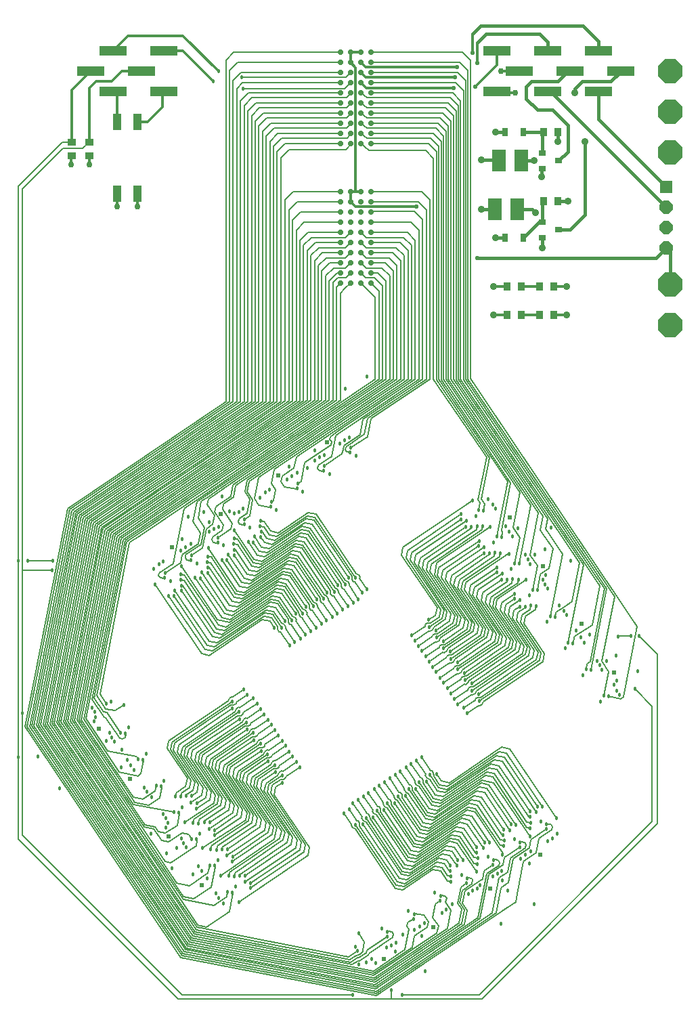
<source format=gtl>
G75*
%MOIN*%
%OFA0B0*%
%FSLAX25Y25*%
%IPPOS*%
%LPD*%
%AMOC8*
5,1,8,0,0,1.08239X$1,22.5*
%
%ADD10OC8,0.02400*%
%ADD11R,0.04300X0.07900*%
%ADD12R,0.04200X0.03500*%
%ADD13R,0.06500X0.11000*%
%ADD14OC8,0.06496*%
%ADD15R,0.06496X0.06496*%
%ADD16R,0.13386X0.05000*%
%ADD17R,0.03500X0.04200*%
%ADD18R,0.03000X0.04000*%
%ADD19R,0.03543X0.03150*%
%ADD20C,0.02953*%
%ADD21C,0.01200*%
%ADD22OC8,0.11811*%
%ADD23C,0.03543*%
%ADD24C,0.01600*%
%ADD25C,0.01800*%
%ADD26C,0.00500*%
%ADD27C,0.02300*%
%ADD28C,0.00700*%
%ADD29C,0.02400*%
D10*
X0174852Y0372451D03*
X0174852Y0377451D03*
X0174852Y0382451D03*
X0174852Y0387451D03*
X0174852Y0392451D03*
X0174852Y0397451D03*
X0174852Y0402451D03*
X0174852Y0407451D03*
X0174852Y0412451D03*
X0174852Y0417451D03*
X0179852Y0417451D03*
X0184852Y0417451D03*
X0184852Y0412451D03*
X0179852Y0412451D03*
X0179852Y0407451D03*
X0184852Y0407451D03*
X0184852Y0402451D03*
X0179852Y0402451D03*
X0179852Y0397451D03*
X0184852Y0397451D03*
X0184852Y0392451D03*
X0179852Y0392451D03*
X0179852Y0387451D03*
X0184852Y0387451D03*
X0184852Y0382451D03*
X0179852Y0382451D03*
X0179852Y0377451D03*
X0184852Y0377451D03*
X0184852Y0372451D03*
X0179852Y0372451D03*
X0189852Y0372451D03*
X0189852Y0377451D03*
X0189852Y0382451D03*
X0189852Y0387451D03*
X0189852Y0392451D03*
X0189852Y0397451D03*
X0189852Y0402451D03*
X0189852Y0407451D03*
X0189852Y0412451D03*
X0189852Y0417451D03*
X0189852Y0440967D03*
X0189852Y0445967D03*
X0189852Y0450967D03*
X0189852Y0455967D03*
X0189852Y0460967D03*
X0189852Y0465967D03*
X0189852Y0470967D03*
X0189852Y0475967D03*
X0189852Y0480967D03*
X0189852Y0485967D03*
X0184852Y0485967D03*
X0179852Y0485967D03*
X0179852Y0480967D03*
X0179852Y0475967D03*
X0179852Y0470967D03*
X0179852Y0465967D03*
X0179852Y0460967D03*
X0179852Y0455967D03*
X0179852Y0450967D03*
X0179852Y0445967D03*
X0179852Y0440967D03*
X0184852Y0440967D03*
X0184852Y0445967D03*
X0184852Y0450967D03*
X0184852Y0455967D03*
X0184852Y0460967D03*
X0184852Y0465967D03*
X0184852Y0470967D03*
X0184852Y0475967D03*
X0184852Y0480967D03*
X0174852Y0480967D03*
X0174852Y0475967D03*
X0174852Y0470967D03*
X0174852Y0465967D03*
X0174852Y0460967D03*
X0174852Y0455967D03*
X0174852Y0450967D03*
X0174852Y0445967D03*
X0174852Y0440967D03*
X0174852Y0485967D03*
D11*
X0074852Y0451804D03*
X0064852Y0451804D03*
X0064852Y0416404D03*
X0074852Y0416404D03*
D12*
X0051248Y0435015D03*
X0051248Y0441815D03*
X0042618Y0441815D03*
X0042618Y0435015D03*
D13*
X0250852Y0408604D03*
X0261852Y0408604D03*
X0263852Y0432604D03*
X0252852Y0432604D03*
D14*
X0335352Y0409604D03*
X0335352Y0399604D03*
X0335352Y0389604D03*
D15*
X0335352Y0419604D03*
D16*
X0301959Y0466604D03*
X0312746Y0476604D03*
X0301959Y0486604D03*
X0287746Y0476604D03*
X0276959Y0466604D03*
X0262746Y0476604D03*
X0251959Y0466604D03*
X0251959Y0486604D03*
X0276959Y0486604D03*
X0087746Y0486604D03*
X0076959Y0476604D03*
X0087746Y0466604D03*
X0062746Y0466604D03*
X0051959Y0476604D03*
X0062746Y0486604D03*
D17*
X0256952Y0370604D03*
X0263752Y0370604D03*
X0272952Y0370604D03*
X0279752Y0370604D03*
X0279752Y0356604D03*
X0272952Y0356604D03*
X0263752Y0356604D03*
X0256952Y0356604D03*
X0274952Y0412604D03*
X0281752Y0412604D03*
X0281752Y0446604D03*
X0274952Y0446604D03*
D18*
X0264752Y0446604D03*
X0255952Y0446604D03*
X0255952Y0394604D03*
X0264752Y0394604D03*
D19*
X0274085Y0394864D03*
X0274085Y0402344D03*
X0282352Y0398604D03*
X0274085Y0428864D03*
X0274085Y0436344D03*
X0282352Y0432604D03*
D20*
X0260852Y0466104D03*
X0253852Y0476604D03*
X0074852Y0410104D03*
X0064852Y0410104D03*
X0051352Y0430604D03*
X0042352Y0430604D03*
D21*
X0042352Y0434750D01*
X0042618Y0435015D01*
X0042618Y0441815D02*
X0042618Y0467263D01*
X0051959Y0476604D01*
X0054532Y0471604D02*
X0051248Y0468320D01*
X0051248Y0441815D01*
X0051248Y0435015D02*
X0051352Y0434911D01*
X0051352Y0430604D01*
X0064852Y0416404D02*
X0064852Y0410104D01*
X0074852Y0410104D02*
X0074852Y0416404D01*
X0074852Y0451804D02*
X0080052Y0451804D01*
X0087352Y0459104D01*
X0087352Y0466211D01*
X0087746Y0466604D01*
X0076959Y0476604D02*
X0067352Y0476604D01*
X0062352Y0471604D01*
X0054532Y0471604D01*
X0062746Y0466604D02*
X0064852Y0464498D01*
X0064852Y0451804D01*
X0062746Y0486604D02*
X0070246Y0494104D01*
X0097352Y0494104D01*
X0114852Y0476604D01*
X0112352Y0471604D02*
X0097352Y0486604D01*
X0087746Y0486604D01*
X0179852Y0485967D02*
X0179852Y0480967D01*
X0182352Y0478467D01*
X0182352Y0417451D01*
X0179852Y0417451D01*
X0179852Y0412451D01*
X0182199Y0410104D01*
X0212352Y0410104D01*
X0184852Y0417451D02*
X0182352Y0417451D01*
X0187415Y0468404D02*
X0230652Y0468404D01*
X0231352Y0473604D02*
X0187215Y0473604D01*
X0184852Y0475967D01*
X0187215Y0478604D02*
X0184852Y0480967D01*
X0187215Y0478604D02*
X0232152Y0478604D01*
X0239852Y0485604D02*
X0239852Y0495104D01*
X0242352Y0490832D02*
X0242352Y0480604D01*
X0251959Y0479711D02*
X0241352Y0469104D01*
X0251959Y0466604D02*
X0252459Y0466104D01*
X0260852Y0466104D01*
X0262746Y0476604D02*
X0253852Y0476604D01*
X0251959Y0479711D02*
X0251959Y0486604D01*
X0276959Y0466604D02*
X0278352Y0466604D01*
X0274952Y0446604D02*
X0274085Y0445737D01*
X0273844Y0429104D02*
X0274085Y0428864D01*
X0274952Y0412604D02*
X0274085Y0411737D01*
X0274085Y0402344D02*
X0272492Y0402344D01*
X0272952Y0370604D02*
X0263752Y0370604D01*
X0256952Y0370604D02*
X0250352Y0370604D01*
X0250352Y0356604D02*
X0256952Y0356604D01*
X0263752Y0356604D02*
X0272952Y0356604D01*
X0279752Y0356604D02*
X0286352Y0356604D01*
X0286352Y0370604D02*
X0279752Y0370604D01*
X0252852Y0432604D02*
X0252352Y0433104D01*
X0187415Y0468404D02*
X0184852Y0470967D01*
X0184852Y0485967D02*
X0179852Y0485967D01*
D22*
X0337352Y0476604D03*
X0337352Y0456604D03*
X0337352Y0436604D03*
X0337352Y0371604D03*
X0337352Y0351604D03*
D23*
X0286352Y0356604D03*
X0286352Y0370604D03*
X0274352Y0389604D03*
X0270852Y0407104D03*
X0273852Y0424604D03*
X0270352Y0432604D03*
X0281852Y0442104D03*
X0295352Y0442104D03*
X0290352Y0466104D03*
X0286852Y0412604D03*
X0251352Y0394604D03*
X0244352Y0408604D03*
X0244352Y0433104D03*
X0251352Y0446604D03*
X0250352Y0370604D03*
X0250352Y0356604D03*
D24*
X0242352Y0384604D02*
X0330352Y0384604D01*
X0335352Y0389604D01*
X0337352Y0387604D01*
X0337352Y0371604D01*
X0335352Y0409604D02*
X0278352Y0466604D01*
X0281852Y0471604D02*
X0268852Y0471604D01*
X0266352Y0469104D01*
X0266352Y0463104D01*
X0271852Y0457604D01*
X0279352Y0457604D01*
X0286852Y0450104D01*
X0286852Y0437104D01*
X0282352Y0432604D01*
X0281852Y0442104D02*
X0281752Y0442204D01*
X0281752Y0446604D01*
X0274952Y0446604D02*
X0264752Y0446604D01*
X0255952Y0446604D02*
X0251352Y0446604D01*
X0252352Y0433104D02*
X0244352Y0433104D01*
X0263852Y0432604D02*
X0270352Y0432604D01*
X0273844Y0429104D02*
X0273852Y0424604D01*
X0274085Y0436344D02*
X0274085Y0445737D01*
X0290352Y0466104D02*
X0290352Y0468104D01*
X0293852Y0471604D01*
X0307852Y0471604D01*
X0312746Y0476498D01*
X0312746Y0476604D01*
X0301959Y0466604D02*
X0301959Y0452998D01*
X0335352Y0419604D01*
X0295352Y0406104D02*
X0287852Y0398604D01*
X0282352Y0398604D01*
X0274085Y0394864D02*
X0274085Y0389872D01*
X0274352Y0389604D01*
X0264752Y0394604D02*
X0272492Y0402344D01*
X0274085Y0402344D02*
X0274085Y0411737D01*
X0270852Y0407104D02*
X0269352Y0408604D01*
X0261852Y0408604D01*
X0255952Y0394604D02*
X0251352Y0394604D01*
X0250852Y0408604D02*
X0244352Y0408604D01*
X0281752Y0412604D02*
X0286852Y0412604D01*
X0295352Y0406104D02*
X0295352Y0442104D01*
X0281852Y0471604D02*
X0286852Y0476604D01*
X0287746Y0476604D01*
X0276959Y0486604D02*
X0276959Y0491117D01*
X0272971Y0495104D01*
X0246624Y0495104D01*
X0242352Y0490832D01*
X0239852Y0495104D02*
X0243852Y0499104D01*
X0294352Y0499104D01*
X0301959Y0491498D01*
X0301959Y0486604D01*
D25*
X0187922Y0326446D03*
X0177335Y0320511D03*
X0179147Y0296523D03*
X0177074Y0295125D03*
X0174594Y0293452D03*
X0179931Y0291262D03*
X0179694Y0288931D03*
X0182476Y0287309D03*
X0169420Y0278503D03*
X0166638Y0280124D03*
X0166875Y0282456D03*
X0164639Y0286737D03*
X0166991Y0287721D03*
X0162408Y0290058D03*
X0162214Y0284981D03*
X0158655Y0281495D03*
X0153447Y0279188D03*
X0150960Y0277510D03*
X0148479Y0275837D03*
X0149693Y0282084D03*
X0153819Y0273649D03*
X0153582Y0271318D03*
X0156365Y0269697D03*
X0143309Y0260891D03*
X0140527Y0262512D03*
X0140764Y0264843D03*
X0137830Y0269257D03*
X0139902Y0270655D03*
X0135214Y0266890D03*
X0135526Y0255520D03*
X0135332Y0252767D03*
X0135751Y0250000D03*
X0135736Y0247339D03*
X0132545Y0247599D03*
X0132005Y0244823D03*
X0129509Y0244948D03*
X0130253Y0252085D03*
X0127471Y0253706D03*
X0127708Y0256037D03*
X0124851Y0259900D03*
X0126924Y0261298D03*
X0122506Y0258921D03*
X0120135Y0260097D03*
X0114768Y0252496D03*
X0112416Y0251512D03*
X0110350Y0250119D03*
X0110186Y0254833D03*
X0107601Y0259724D03*
X0099878Y0257409D03*
X0097056Y0246580D03*
X0098737Y0242286D03*
X0096256Y0240612D03*
X0101597Y0238425D03*
X0101360Y0236094D03*
X0104142Y0234472D03*
X0106434Y0229987D03*
X0105894Y0227211D03*
X0103397Y0227336D03*
X0109221Y0235155D03*
X0109414Y0237908D03*
X0110042Y0242070D03*
X0114415Y0244900D03*
X0114652Y0247231D03*
X0117198Y0243278D03*
X0119490Y0238793D03*
X0118950Y0236017D03*
X0116453Y0236142D03*
X0109640Y0232387D03*
X0109625Y0229727D03*
X0122681Y0238533D03*
X0122695Y0241194D03*
X0122276Y0243961D03*
X0122470Y0246714D03*
X0122683Y0250597D03*
X0116684Y0267539D03*
X0101224Y0243963D03*
X0096572Y0232985D03*
X0096359Y0229102D03*
X0096165Y0226349D03*
X0096584Y0223581D03*
X0096569Y0220921D03*
X0093378Y0221181D03*
X0092838Y0218405D03*
X0090342Y0218530D03*
X0091086Y0225666D03*
X0088304Y0227287D03*
X0088541Y0229618D03*
X0085607Y0234033D03*
X0087680Y0235431D03*
X0082992Y0231665D03*
X0083516Y0224179D03*
X0061764Y0166572D03*
X0059719Y0165513D03*
X0053832Y0161326D03*
X0054146Y0158894D03*
X0053635Y0156610D03*
X0052434Y0163399D03*
X0061236Y0151243D03*
X0062220Y0148891D03*
X0063613Y0146825D03*
X0059728Y0147220D03*
X0066501Y0151127D03*
X0068832Y0150890D03*
X0070453Y0153672D03*
X0068121Y0164880D03*
X0067083Y0142642D03*
X0069769Y0137699D03*
X0071446Y0135212D03*
X0073119Y0132731D03*
X0075307Y0138071D03*
X0077638Y0137834D03*
X0079260Y0140617D03*
X0066872Y0133945D03*
X0078301Y0124154D03*
X0079699Y0122082D03*
X0082067Y0119466D03*
X0084113Y0125016D03*
X0086445Y0124779D03*
X0088066Y0127561D03*
X0093436Y0119777D03*
X0096189Y0119584D03*
X0098957Y0120003D03*
X0101617Y0119988D03*
X0101357Y0116797D03*
X0104134Y0116257D03*
X0104008Y0113761D03*
X0102243Y0106722D03*
X0104996Y0106528D03*
X0107763Y0106947D03*
X0110423Y0106933D03*
X0110163Y0103742D03*
X0112940Y0103202D03*
X0112815Y0100705D03*
X0106886Y0094294D03*
X0111049Y0093666D03*
X0113802Y0093473D03*
X0116569Y0093892D03*
X0119230Y0093877D03*
X0118969Y0090686D03*
X0121746Y0090146D03*
X0121621Y0087649D03*
X0119855Y0080611D03*
X0122608Y0080417D03*
X0125375Y0080836D03*
X0128036Y0080821D03*
X0127776Y0077630D03*
X0130552Y0077090D03*
X0130427Y0074594D03*
X0124778Y0067768D03*
X0121669Y0072556D03*
X0119338Y0072793D03*
X0123291Y0075338D03*
X0117291Y0067244D03*
X0114924Y0069859D03*
X0113526Y0071932D03*
X0109183Y0079265D03*
X0106671Y0082989D03*
X0104993Y0085476D03*
X0102377Y0081308D03*
X0110532Y0085849D03*
X0112863Y0085612D03*
X0114484Y0088394D03*
X0115972Y0080824D03*
X0104057Y0098667D03*
X0101726Y0098904D03*
X0105678Y0101450D03*
X0098838Y0094602D03*
X0097444Y0096668D03*
X0096461Y0099020D03*
X0094124Y0094438D03*
X0089233Y0091853D03*
X0091825Y0084434D03*
X0081470Y0101574D03*
X0088860Y0104387D03*
X0090036Y0106758D03*
X0089056Y0109103D03*
X0087658Y0111176D03*
X0092920Y0111960D03*
X0095251Y0111723D03*
X0096872Y0114505D03*
X0098360Y0106935D03*
X0128745Y0152642D03*
X0128518Y0156108D03*
X0125195Y0157905D03*
X0124968Y0161371D03*
X0121700Y0163087D03*
X0121474Y0166552D03*
X0127329Y0172311D03*
X0129007Y0169824D03*
X0132068Y0167968D03*
X0133745Y0165481D03*
X0135618Y0162706D03*
X0137295Y0160218D03*
X0139113Y0157524D03*
X0140790Y0155037D03*
X0142663Y0152261D03*
X0144340Y0149774D03*
X0146157Y0147079D03*
X0147835Y0144592D03*
X0149707Y0141817D03*
X0151385Y0139329D03*
X0153202Y0136635D03*
X0154880Y0134148D03*
X0146103Y0130037D03*
X0146330Y0126572D03*
X0142835Y0131753D03*
X0142608Y0135219D03*
X0139285Y0137016D03*
X0139058Y0140482D03*
X0135790Y0142198D03*
X0135563Y0145663D03*
X0132240Y0147461D03*
X0132013Y0150926D03*
X0149896Y0194077D03*
X0152383Y0195754D03*
X0155077Y0197572D03*
X0157565Y0199249D03*
X0160340Y0201122D03*
X0162827Y0202799D03*
X0165522Y0204617D03*
X0168009Y0206294D03*
X0170785Y0208167D03*
X0173272Y0209844D03*
X0175966Y0211662D03*
X0178454Y0213339D03*
X0181230Y0215211D03*
X0183716Y0216889D03*
X0185572Y0219950D03*
X0188059Y0221628D03*
X0182300Y0227483D03*
X0178835Y0227256D03*
X0177119Y0223988D03*
X0173653Y0223761D03*
X0171856Y0220438D03*
X0168390Y0220211D03*
X0166674Y0216943D03*
X0163209Y0216716D03*
X0161411Y0213393D03*
X0157946Y0213166D03*
X0156230Y0209898D03*
X0152764Y0209672D03*
X0150967Y0206348D03*
X0147501Y0206122D03*
X0145785Y0202853D03*
X0142320Y0202627D03*
X0193920Y0125042D03*
X0191433Y0123364D03*
X0188738Y0121547D03*
X0186251Y0119870D03*
X0183475Y0117997D03*
X0180988Y0116320D03*
X0179133Y0113259D03*
X0176645Y0111581D03*
X0182404Y0105725D03*
X0185870Y0105952D03*
X0187586Y0109220D03*
X0191051Y0109447D03*
X0192849Y0112770D03*
X0196315Y0112997D03*
X0198030Y0116265D03*
X0201496Y0116492D03*
X0203293Y0119815D03*
X0206759Y0120042D03*
X0208475Y0123310D03*
X0211940Y0123537D03*
X0213738Y0126860D03*
X0217204Y0127087D03*
X0218919Y0130355D03*
X0222385Y0130582D03*
X0214809Y0139132D03*
X0212322Y0137454D03*
X0209627Y0135637D03*
X0207140Y0133959D03*
X0204364Y0132087D03*
X0201877Y0130409D03*
X0199183Y0128592D03*
X0196696Y0126914D03*
X0228968Y0085869D03*
X0228954Y0083209D03*
X0229373Y0080441D03*
X0229179Y0077688D03*
X0232159Y0085609D03*
X0232699Y0088386D03*
X0235196Y0088260D03*
X0234451Y0081124D03*
X0237234Y0079503D03*
X0236997Y0077172D03*
X0239853Y0073308D03*
X0237781Y0071910D03*
X0242199Y0074288D03*
X0243721Y0076158D03*
X0242022Y0082611D03*
X0242235Y0086495D03*
X0242428Y0089248D03*
X0242009Y0092015D03*
X0242024Y0094675D03*
X0245215Y0094415D03*
X0245755Y0097192D03*
X0248252Y0097067D03*
X0247507Y0089930D03*
X0250289Y0088309D03*
X0250052Y0085978D03*
X0252289Y0081696D03*
X0254355Y0083090D03*
X0254519Y0078376D03*
X0250048Y0080547D03*
X0257104Y0073485D03*
X0253893Y0056965D03*
X0270284Y0066815D03*
X0268063Y0086908D03*
X0265968Y0090923D03*
X0268448Y0092596D03*
X0263108Y0094784D03*
X0263345Y0097115D03*
X0260563Y0098736D03*
X0258271Y0103221D03*
X0258810Y0105998D03*
X0261307Y0105873D03*
X0255080Y0103482D03*
X0255065Y0100821D03*
X0255484Y0098054D03*
X0255290Y0095301D03*
X0254663Y0091138D03*
X0263481Y0089245D03*
X0268133Y0100224D03*
X0268346Y0104107D03*
X0268540Y0106860D03*
X0268121Y0109627D03*
X0268135Y0112288D03*
X0271326Y0112028D03*
X0271866Y0114804D03*
X0274363Y0114679D03*
X0273618Y0107542D03*
X0276401Y0105921D03*
X0276164Y0103590D03*
X0279098Y0099176D03*
X0277025Y0097778D03*
X0281713Y0101543D03*
X0281189Y0109030D03*
X0303057Y0166481D03*
X0304679Y0169263D03*
X0307010Y0169026D03*
X0310873Y0171882D03*
X0312271Y0169810D03*
X0309614Y0174643D03*
X0311069Y0176598D03*
X0303469Y0181966D03*
X0302485Y0184318D03*
X0301091Y0186384D03*
X0305806Y0186548D03*
X0310701Y0189126D03*
X0311568Y0198392D03*
X0317852Y0198604D03*
X0321852Y0198604D03*
X0321283Y0181307D03*
X0319852Y0172604D03*
X0298204Y0182082D03*
X0295873Y0182319D03*
X0294251Y0179536D03*
X0285445Y0192592D03*
X0287066Y0195374D03*
X0289397Y0195137D03*
X0293258Y0197997D03*
X0294936Y0195510D03*
X0297720Y0199429D03*
X0291026Y0201307D03*
X0286403Y0209054D03*
X0285005Y0211127D03*
X0282638Y0213742D03*
X0280591Y0208193D03*
X0278260Y0208430D03*
X0276639Y0205648D03*
X0271268Y0213431D03*
X0268515Y0213625D03*
X0265748Y0213206D03*
X0263087Y0213220D03*
X0263348Y0216411D03*
X0260571Y0216951D03*
X0260696Y0219448D03*
X0262462Y0226487D03*
X0259709Y0226680D03*
X0256942Y0226261D03*
X0254281Y0226276D03*
X0254541Y0229467D03*
X0251765Y0230007D03*
X0251890Y0232504D03*
X0259026Y0231759D03*
X0260648Y0234541D03*
X0262979Y0234304D03*
X0267260Y0236541D03*
X0265867Y0238607D03*
X0268244Y0234189D03*
X0270581Y0238771D03*
X0275472Y0241356D03*
X0278411Y0252019D03*
X0288261Y0235628D03*
X0275845Y0228821D03*
X0274669Y0226451D03*
X0275648Y0224105D03*
X0277046Y0222033D03*
X0271785Y0221249D03*
X0269454Y0221486D03*
X0267833Y0218703D03*
X0266345Y0226274D03*
X0257819Y0238915D03*
X0253656Y0239542D03*
X0250903Y0239736D03*
X0248136Y0239317D03*
X0245475Y0239332D03*
X0245735Y0242523D03*
X0242959Y0243062D03*
X0243084Y0245559D03*
X0244850Y0252598D03*
X0242097Y0252792D03*
X0239329Y0252373D03*
X0236669Y0252387D03*
X0236929Y0255578D03*
X0234153Y0256118D03*
X0234278Y0258615D03*
X0239927Y0265441D03*
X0243035Y0260653D03*
X0245367Y0260416D03*
X0241414Y0257870D03*
X0248733Y0252385D03*
X0251842Y0247597D03*
X0254173Y0247360D03*
X0250220Y0244815D03*
X0258034Y0250220D03*
X0256360Y0252700D03*
X0259711Y0247733D03*
X0262328Y0251901D03*
X0251179Y0261277D03*
X0249781Y0263350D03*
X0247413Y0265965D03*
X0218375Y0206637D03*
X0218601Y0203171D03*
X0221870Y0201455D03*
X0222096Y0197990D03*
X0225420Y0196192D03*
X0225646Y0192727D03*
X0228914Y0191011D03*
X0229141Y0187545D03*
X0232464Y0185748D03*
X0232691Y0182282D03*
X0235959Y0180566D03*
X0236186Y0177101D03*
X0239509Y0175303D03*
X0239736Y0171838D03*
X0243004Y0170122D03*
X0243231Y0166656D03*
X0237376Y0160897D03*
X0235698Y0163385D03*
X0232637Y0165240D03*
X0230960Y0167727D03*
X0229087Y0170503D03*
X0227410Y0172990D03*
X0225592Y0175685D03*
X0223915Y0178172D03*
X0222042Y0180948D03*
X0220365Y0183435D03*
X0218547Y0186129D03*
X0216870Y0188616D03*
X0214997Y0191392D03*
X0213320Y0193879D03*
X0211502Y0196574D03*
X0209825Y0199061D03*
X0221396Y0072318D03*
X0224178Y0070696D03*
X0223941Y0068365D03*
X0226875Y0063951D03*
X0224802Y0062553D03*
X0229905Y0066598D03*
X0216226Y0057371D03*
X0213745Y0055698D03*
X0211258Y0054021D03*
X0215011Y0051124D03*
X0210885Y0059559D03*
X0211122Y0061890D03*
X0208340Y0063512D03*
X0205523Y0051600D03*
X0202132Y0047865D03*
X0200066Y0046472D03*
X0197714Y0045488D03*
X0202017Y0043566D03*
X0197830Y0050753D03*
X0198067Y0053084D03*
X0195284Y0054705D03*
X0190223Y0039591D03*
X0192346Y0037887D03*
X0187630Y0038084D03*
X0183948Y0036927D03*
X0183349Y0043881D03*
X0182229Y0045899D03*
X0183802Y0052509D03*
X0199936Y0024310D03*
X0205352Y0022104D03*
X0216656Y0033658D03*
X0180852Y0022104D03*
X0036556Y0123633D03*
X0025877Y0139465D03*
X0016352Y0139104D03*
X0018352Y0160604D03*
X0032852Y0231104D03*
X0033352Y0235604D03*
X0020852Y0235604D03*
X0016352Y0235604D03*
X0126852Y0468104D03*
X0126352Y0473604D03*
X0114852Y0476604D03*
X0112352Y0471604D03*
D26*
X0120259Y0477030D02*
X0124196Y0480967D01*
X0174852Y0480967D01*
X0174852Y0475967D02*
X0125999Y0475967D01*
X0122062Y0472030D01*
X0122062Y0314108D01*
X0042474Y0260425D01*
X0021831Y0154226D01*
X0097322Y0042306D01*
X0192416Y0023821D01*
X0249620Y0062406D01*
X0252993Y0079759D01*
X0257138Y0082555D01*
X0258487Y0089496D01*
X0265969Y0094543D01*
X0266256Y0096018D01*
X0265520Y0097110D01*
X0263825Y0097439D01*
X0263345Y0097115D01*
X0263108Y0094784D02*
X0255656Y0089758D01*
X0254928Y0086010D01*
X0247881Y0081256D01*
X0243672Y0059600D01*
X0207609Y0035275D01*
X0192271Y0024930D01*
X0097872Y0043280D01*
X0022940Y0154371D01*
X0043448Y0259876D01*
X0123865Y0314118D01*
X0123865Y0468185D01*
X0126647Y0470967D01*
X0174852Y0470967D01*
X0176990Y0468104D02*
X0126852Y0468104D01*
X0129605Y0465967D02*
X0125667Y0462030D01*
X0125667Y0314127D01*
X0044422Y0259326D01*
X0024049Y0154515D01*
X0098421Y0044253D01*
X0192127Y0026039D01*
X0207878Y0036663D01*
X0242698Y0060150D01*
X0246907Y0081806D01*
X0252940Y0085875D01*
X0253200Y0087212D01*
X0252464Y0088303D01*
X0250770Y0088633D01*
X0250289Y0088309D01*
X0250052Y0085978D02*
X0245741Y0083070D01*
X0244986Y0079183D01*
X0236248Y0073289D01*
X0235033Y0067042D01*
X0237270Y0063726D01*
X0235921Y0056785D01*
X0191982Y0027147D01*
X0098971Y0045227D01*
X0025157Y0154660D01*
X0045396Y0258777D01*
X0127470Y0314137D01*
X0127470Y0459667D01*
X0131407Y0463604D01*
X0177990Y0463604D01*
X0180352Y0465967D01*
X0179852Y0465967D01*
X0176990Y0468104D02*
X0179852Y0470967D01*
X0177490Y0473604D02*
X0179852Y0475967D01*
X0177490Y0473604D02*
X0126352Y0473604D01*
X0129605Y0465967D02*
X0174852Y0465967D01*
X0174852Y0460967D02*
X0133210Y0460967D01*
X0129273Y0457030D01*
X0129273Y0314147D01*
X0046369Y0258228D01*
X0026266Y0154805D01*
X0099520Y0046201D01*
X0191837Y0028256D01*
X0234533Y0057054D01*
X0235882Y0063996D01*
X0233645Y0067312D01*
X0234860Y0073559D01*
X0239419Y0076634D01*
X0239849Y0078845D01*
X0239409Y0079497D01*
X0237714Y0079827D01*
X0237234Y0079503D01*
X0236997Y0077172D02*
X0234102Y0075219D01*
X0232537Y0067167D01*
X0234489Y0064272D01*
X0233138Y0057320D01*
X0191693Y0029365D01*
X0100070Y0047174D01*
X0027375Y0154949D01*
X0047343Y0257678D01*
X0131076Y0314157D01*
X0131076Y0454667D01*
X0135013Y0458604D01*
X0177990Y0458604D01*
X0180352Y0460967D01*
X0179852Y0460967D01*
X0179852Y0455967D02*
X0180352Y0455967D01*
X0177990Y0453604D01*
X0138618Y0453604D01*
X0134681Y0449667D01*
X0134681Y0314176D01*
X0049290Y0256579D01*
X0029592Y0155239D01*
X0101168Y0049122D01*
X0191403Y0031582D01*
X0222407Y0052494D01*
X0223109Y0056108D01*
X0220371Y0060167D01*
X0221666Y0066831D01*
X0223941Y0068365D01*
X0224178Y0070696D02*
X0224658Y0071020D01*
X0226353Y0070691D01*
X0227089Y0069600D01*
X0226726Y0067734D01*
X0229365Y0063822D01*
X0227611Y0054798D01*
X0223699Y0052159D01*
X0191548Y0030473D01*
X0100619Y0048148D01*
X0028483Y0155094D01*
X0048317Y0257129D01*
X0132879Y0314166D01*
X0132879Y0452030D01*
X0136815Y0455967D01*
X0174852Y0455967D01*
X0174852Y0450967D02*
X0140421Y0450967D01*
X0136484Y0447030D01*
X0136484Y0314186D01*
X0050264Y0256030D01*
X0030700Y0155383D01*
X0101718Y0050096D01*
X0191259Y0032691D01*
X0210327Y0045552D01*
X0211406Y0051105D01*
X0217624Y0055299D01*
X0218163Y0058075D01*
X0215940Y0061371D01*
X0213297Y0061885D01*
X0211603Y0062214D01*
X0211122Y0061890D01*
X0210885Y0059559D02*
X0207987Y0057604D01*
X0207609Y0055661D01*
X0208560Y0054251D01*
X0206617Y0044256D01*
X0191114Y0033799D01*
X0102267Y0051069D01*
X0031809Y0155528D01*
X0051238Y0255480D01*
X0138287Y0314196D01*
X0138287Y0444667D01*
X0142224Y0448604D01*
X0177990Y0448604D01*
X0180352Y0450967D01*
X0179852Y0450967D01*
X0179852Y0445967D02*
X0178124Y0443604D01*
X0145829Y0443604D01*
X0141892Y0439667D01*
X0141892Y0314215D01*
X0053185Y0254381D01*
X0034026Y0155817D01*
X0103366Y0053017D01*
X0103366Y0053017D01*
X0179858Y0038148D01*
X0183340Y0040497D01*
X0184034Y0040362D01*
X0187516Y0042710D01*
X0187759Y0043960D01*
X0197830Y0050753D01*
X0198067Y0053084D02*
X0198547Y0053408D01*
X0200241Y0053079D01*
X0200978Y0051987D01*
X0200691Y0050512D01*
X0188848Y0042524D01*
X0188713Y0041829D01*
X0184153Y0038754D01*
X0183459Y0038889D01*
X0180558Y0036932D01*
X0102817Y0052043D01*
X0032918Y0155673D01*
X0052212Y0254931D01*
X0140090Y0314205D01*
X0140089Y0442030D01*
X0144027Y0445967D01*
X0174852Y0445967D01*
X0174852Y0440967D02*
X0147632Y0440967D01*
X0143695Y0437030D01*
X0143695Y0314225D01*
X0054159Y0253832D01*
X0035135Y0155962D01*
X0103916Y0053990D01*
X0179435Y0039311D01*
X0181752Y0041204D01*
X0184452Y0042204D01*
X0185819Y0043571D01*
X0185819Y0043617D01*
X0185927Y0044172D01*
X0186709Y0048198D01*
X0183802Y0052509D01*
X0183349Y0043881D02*
X0178789Y0040805D01*
X0104241Y0055296D01*
X0098034Y0064498D01*
X0036244Y0156107D01*
X0055133Y0253283D01*
X0145498Y0314235D01*
X0145498Y0434167D01*
X0149435Y0438104D01*
X0177490Y0438104D01*
X0180352Y0440967D01*
X0179852Y0440967D01*
X0184852Y0440967D02*
X0188850Y0437604D01*
X0216803Y0437604D01*
X0220740Y0433667D01*
X0220740Y0325181D01*
X0246743Y0286631D01*
X0242695Y0265807D01*
X0243737Y0264262D01*
X0243035Y0260653D01*
X0245367Y0260416D02*
X0245987Y0263609D01*
X0244218Y0266232D01*
X0248131Y0286361D01*
X0222128Y0324911D01*
X0222128Y0437030D01*
X0218191Y0440967D01*
X0189852Y0440967D01*
X0187850Y0443604D02*
X0184852Y0445967D01*
X0187850Y0443604D02*
X0219300Y0443604D01*
X0223237Y0439667D01*
X0223237Y0325056D01*
X0257131Y0274806D01*
X0251842Y0247597D01*
X0254173Y0247360D02*
X0254658Y0249859D01*
X0254149Y0250615D01*
X0258736Y0274215D01*
X0224625Y0324786D01*
X0224625Y0442030D01*
X0220688Y0445967D01*
X0189852Y0445967D01*
X0187850Y0448604D02*
X0184852Y0450967D01*
X0187850Y0448604D02*
X0221797Y0448604D01*
X0225734Y0444667D01*
X0225734Y0324931D01*
X0263200Y0269385D01*
X0259827Y0252032D01*
X0263103Y0247174D01*
X0260648Y0234541D01*
X0262979Y0234304D02*
X0268592Y0263180D01*
X0226842Y0325075D01*
X0226842Y0447030D01*
X0222905Y0450967D01*
X0189852Y0450967D01*
X0187850Y0453604D02*
X0184852Y0455967D01*
X0187850Y0453604D02*
X0224014Y0453604D01*
X0227951Y0449667D01*
X0227951Y0325220D01*
X0272407Y0259312D01*
X0268359Y0238488D01*
X0271775Y0233425D01*
X0269454Y0221486D01*
X0271785Y0221249D02*
X0273325Y0229172D01*
X0277547Y0232020D01*
X0279436Y0241738D01*
X0273285Y0250857D01*
X0274634Y0257798D01*
X0229339Y0324950D01*
X0229339Y0452030D01*
X0225402Y0455967D01*
X0189852Y0455967D01*
X0187850Y0458604D02*
X0184852Y0460967D01*
X0187850Y0458604D02*
X0226511Y0458604D01*
X0230448Y0454667D01*
X0230448Y0325095D01*
X0276861Y0256285D01*
X0275917Y0251426D01*
X0284224Y0239110D01*
X0278260Y0208430D01*
X0280591Y0208193D02*
X0281038Y0210492D01*
X0285093Y0213227D01*
X0288785Y0215717D01*
X0292509Y0234875D01*
X0289963Y0238649D01*
X0231836Y0324825D01*
X0231836Y0457030D01*
X0227899Y0460967D01*
X0189852Y0460967D01*
X0187850Y0463604D02*
X0184852Y0465967D01*
X0187850Y0463604D02*
X0229008Y0463604D01*
X0232945Y0459667D01*
X0232945Y0324970D01*
X0294514Y0233690D01*
X0287066Y0195374D01*
X0289397Y0195137D02*
X0289477Y0195191D01*
X0290072Y0198251D01*
X0298777Y0204122D01*
X0302555Y0223557D01*
X0234053Y0325114D01*
X0234053Y0462030D01*
X0230116Y0465967D01*
X0189852Y0465967D01*
X0189852Y0470967D02*
X0231505Y0470967D01*
X0235442Y0467030D01*
X0235442Y0324845D01*
X0301706Y0226604D01*
X0304782Y0222044D01*
X0297766Y0185950D01*
X0296399Y0185028D01*
X0295873Y0182319D01*
X0298204Y0182082D02*
X0305975Y0222063D01*
X0236550Y0324989D01*
X0236550Y0472030D01*
X0232613Y0475967D01*
X0189852Y0475967D01*
X0189852Y0480967D02*
X0233722Y0480967D01*
X0237659Y0477030D01*
X0237659Y0325134D01*
X0309795Y0218188D01*
X0303588Y0186259D01*
X0306999Y0181202D01*
X0304679Y0169263D01*
X0307010Y0169026D02*
X0312979Y0167866D01*
X0314223Y0168704D01*
X0320969Y0203410D01*
X0238768Y0325279D01*
X0238768Y0482030D01*
X0234831Y0485967D01*
X0189852Y0485967D01*
X0174852Y0485967D02*
X0122394Y0485967D01*
X0118456Y0482030D01*
X0118456Y0314088D01*
X0040527Y0261524D01*
X0019614Y0153936D01*
X0096223Y0040358D01*
X0192705Y0021604D01*
X0256541Y0064662D01*
X0261101Y0067738D01*
X0261910Y0071902D01*
X0265014Y0087867D01*
X0271231Y0092061D01*
X0272581Y0099002D01*
X0279025Y0103349D01*
X0279312Y0104824D01*
X0278576Y0105916D01*
X0276881Y0106245D01*
X0276401Y0105921D01*
X0276164Y0103590D02*
X0268507Y0098425D01*
X0267751Y0094538D01*
X0259875Y0089226D01*
X0257581Y0077426D01*
X0253851Y0074909D01*
X0251422Y0062416D01*
X0250593Y0061856D01*
X0192561Y0022713D01*
X0096773Y0041332D01*
X0020723Y0154081D01*
X0041501Y0260975D01*
X0120259Y0314098D01*
X0120259Y0477030D01*
X0151652Y0417451D02*
X0174852Y0417451D01*
X0174852Y0412451D02*
X0153455Y0412451D01*
X0149518Y0408514D01*
X0149518Y0314534D01*
X0057080Y0252184D01*
X0038461Y0156396D01*
X0080680Y0093804D01*
X0097456Y0068932D01*
X0112448Y0066018D01*
X0118862Y0070344D01*
X0119338Y0072793D01*
X0121669Y0072556D02*
X0121993Y0072076D01*
X0121664Y0070381D01*
X0120270Y0063212D01*
X0108900Y0055543D01*
X0104735Y0056352D01*
X0080410Y0092416D01*
X0037352Y0156251D01*
X0056106Y0252733D01*
X0147715Y0314524D01*
X0147715Y0413514D01*
X0151652Y0417451D01*
X0155258Y0407451D02*
X0174852Y0407451D01*
X0174852Y0402451D02*
X0157060Y0402451D01*
X0153123Y0398514D01*
X0153123Y0314553D01*
X0059028Y0251085D01*
X0040678Y0156685D01*
X0051023Y0141348D01*
X0075348Y0105285D01*
X0075348Y0105285D01*
X0094361Y0077098D01*
X0100608Y0075883D01*
X0109727Y0082034D01*
X0110459Y0085799D01*
X0110532Y0085849D01*
X0112863Y0085612D02*
X0113187Y0085131D01*
X0112858Y0083437D01*
X0111262Y0075230D01*
X0102614Y0069396D01*
X0097706Y0070350D01*
X0039570Y0156541D01*
X0058054Y0251634D01*
X0151321Y0314543D01*
X0151321Y0403514D01*
X0155258Y0407451D01*
X0158863Y0397451D02*
X0154926Y0393514D01*
X0154926Y0314563D01*
X0060001Y0250535D01*
X0041787Y0156830D01*
X0052411Y0141078D01*
X0075898Y0106259D01*
X0088479Y0087605D01*
X0091256Y0087066D01*
X0103873Y0095576D01*
X0104381Y0098187D01*
X0104057Y0098667D01*
X0101726Y0098904D02*
X0100194Y0101176D01*
X0097000Y0101796D01*
X0090368Y0097323D01*
X0086898Y0097998D01*
X0082983Y0103801D01*
X0078125Y0104745D01*
X0042895Y0156975D01*
X0060975Y0249986D01*
X0156729Y0314573D01*
X0156729Y0390917D01*
X0160666Y0394854D01*
X0177256Y0394854D01*
X0179852Y0397451D01*
X0184852Y0397451D02*
X0187449Y0394854D01*
X0205987Y0394854D01*
X0209924Y0390917D01*
X0209924Y0325122D01*
X0153522Y0287079D01*
X0153135Y0286818D01*
X0152055Y0281265D01*
X0146123Y0277263D01*
X0145625Y0274704D01*
X0147376Y0272107D01*
X0151407Y0271324D01*
X0153102Y0270994D01*
X0153582Y0271318D01*
X0153819Y0273649D02*
X0155474Y0274766D01*
X0157309Y0284205D01*
X0170159Y0292873D01*
X0170429Y0294261D01*
X0169590Y0295505D01*
X0169860Y0296893D01*
X0171104Y0297732D01*
X0174005Y0299689D01*
X0174005Y0299689D01*
X0211726Y0325132D01*
X0211726Y0393514D01*
X0207789Y0397451D01*
X0189852Y0397451D01*
X0189852Y0402451D02*
X0209592Y0402451D01*
X0213529Y0398514D01*
X0213529Y0325142D01*
X0172492Y0297462D01*
X0170468Y0287050D01*
X0164014Y0282697D01*
X0163727Y0281221D01*
X0164463Y0280130D01*
X0166158Y0279801D01*
X0166638Y0280124D01*
X0166875Y0282456D02*
X0175714Y0288418D01*
X0176088Y0290342D01*
X0176470Y0292305D01*
X0184417Y0297665D01*
X0185901Y0305300D01*
X0215332Y0325152D01*
X0215332Y0403667D01*
X0211395Y0407604D01*
X0190006Y0407604D01*
X0189852Y0407451D01*
X0189852Y0412451D02*
X0213198Y0412451D01*
X0217135Y0408514D01*
X0217135Y0325162D01*
X0190605Y0307267D01*
X0190605Y0307267D01*
X0190605Y0307267D01*
X0188118Y0305590D01*
X0186634Y0297955D01*
X0177613Y0291869D01*
X0177311Y0290317D01*
X0178028Y0289254D01*
X0179694Y0288931D01*
X0179931Y0291262D02*
X0188221Y0296854D01*
X0189921Y0305600D01*
X0218937Y0325171D01*
X0218937Y0325171D01*
X0218937Y0413514D01*
X0215000Y0417451D01*
X0189852Y0417451D01*
X0174852Y0397451D02*
X0158863Y0397451D01*
X0162469Y0392451D02*
X0158531Y0388514D01*
X0158531Y0314582D01*
X0061949Y0249437D01*
X0044004Y0157119D01*
X0078674Y0105719D01*
X0083533Y0104774D01*
X0085210Y0102287D01*
X0088681Y0101613D01*
X0094461Y0105511D01*
X0095245Y0109548D01*
X0095575Y0111243D01*
X0095251Y0111723D01*
X0092920Y0111960D02*
X0073068Y0115819D01*
X0045113Y0157264D01*
X0062922Y0248887D01*
X0160334Y0314592D01*
X0160334Y0385917D01*
X0164271Y0389854D01*
X0177256Y0389854D01*
X0179852Y0392451D01*
X0184852Y0392451D02*
X0187449Y0389854D01*
X0202381Y0389854D01*
X0206318Y0385917D01*
X0206318Y0325103D01*
X0141006Y0281049D01*
X0134606Y0276733D01*
X0132583Y0266321D01*
X0134665Y0263234D01*
X0140046Y0262188D01*
X0140527Y0262512D01*
X0140764Y0264843D02*
X0141795Y0265539D01*
X0142820Y0270814D01*
X0140921Y0273630D01*
X0142298Y0280715D01*
X0208121Y0325113D01*
X0208121Y0388514D01*
X0204184Y0392451D01*
X0189852Y0392451D01*
X0189852Y0387451D02*
X0200578Y0387451D01*
X0204515Y0383514D01*
X0204515Y0325093D01*
X0133218Y0277003D01*
X0129990Y0274825D01*
X0129017Y0269820D01*
X0131713Y0265822D01*
X0130128Y0257669D01*
X0127708Y0256037D01*
X0127471Y0253706D02*
X0126991Y0253382D01*
X0125296Y0253711D01*
X0124560Y0254803D01*
X0124847Y0256278D01*
X0129016Y0259091D01*
X0130365Y0266032D01*
X0127849Y0269763D01*
X0128928Y0275315D01*
X0131830Y0277273D01*
X0202713Y0325083D01*
X0202713Y0380917D01*
X0198776Y0384854D01*
X0187449Y0384854D01*
X0184852Y0387451D01*
X0179852Y0387451D02*
X0177256Y0384854D01*
X0167877Y0384854D01*
X0163940Y0380917D01*
X0163940Y0314612D01*
X0064870Y0247788D01*
X0047330Y0157553D01*
X0073053Y0119418D01*
X0077634Y0118527D01*
X0083640Y0122578D01*
X0084113Y0125016D01*
X0086445Y0124779D02*
X0086871Y0124146D01*
X0085875Y0119019D01*
X0080563Y0115437D01*
X0073622Y0116786D01*
X0067907Y0125258D01*
X0046221Y0157409D01*
X0063896Y0248338D01*
X0162137Y0314602D01*
X0162137Y0383514D01*
X0166074Y0387451D01*
X0174852Y0387451D01*
X0174852Y0392451D02*
X0162469Y0392451D01*
X0169680Y0382451D02*
X0165742Y0378514D01*
X0165742Y0314621D01*
X0065844Y0247239D01*
X0048439Y0157698D01*
X0066053Y0131583D01*
X0075077Y0129829D01*
X0076714Y0130934D01*
X0077633Y0135659D01*
X0077962Y0137354D01*
X0077638Y0137834D01*
X0075307Y0138071D02*
X0074468Y0139315D01*
X0060308Y0142067D01*
X0050748Y0156241D01*
X0049574Y0157981D01*
X0066817Y0246689D01*
X0167545Y0314631D01*
X0167545Y0375917D01*
X0171482Y0379854D01*
X0177256Y0379854D01*
X0179852Y0382451D01*
X0184852Y0382451D02*
X0187449Y0379854D01*
X0195170Y0379854D01*
X0199107Y0375917D01*
X0199107Y0325064D01*
X0122007Y0273059D01*
X0120927Y0267506D01*
X0113466Y0262474D01*
X0112926Y0259697D01*
X0117120Y0253479D01*
X0116581Y0250703D01*
X0111791Y0247472D01*
X0111504Y0245997D01*
X0112240Y0244905D01*
X0113935Y0244576D01*
X0114415Y0244900D01*
X0114652Y0247231D02*
X0118963Y0250139D01*
X0121069Y0251559D01*
X0121555Y0254058D01*
X0116754Y0261175D01*
X0117271Y0263834D01*
X0122282Y0267214D01*
X0123362Y0272767D01*
X0200910Y0325074D01*
X0200910Y0378514D01*
X0196973Y0382451D01*
X0189852Y0382451D01*
X0189852Y0377451D02*
X0193367Y0377451D01*
X0197304Y0373514D01*
X0197304Y0325054D01*
X0121033Y0273609D01*
X0109841Y0266059D01*
X0109301Y0263283D01*
X0112845Y0258029D01*
X0111992Y0253639D01*
X0108810Y0251493D01*
X0106975Y0242053D01*
X0101597Y0238425D01*
X0101360Y0236094D02*
X0100879Y0235770D01*
X0099185Y0236099D01*
X0098449Y0237190D01*
X0098735Y0238666D01*
X0106218Y0243713D01*
X0107837Y0252042D01*
X0104761Y0256602D01*
X0106380Y0264931D01*
X0108453Y0266329D01*
X0109282Y0266888D01*
X0116329Y0271642D01*
X0195502Y0325044D01*
X0195502Y0371167D01*
X0191565Y0375104D01*
X0187199Y0375104D01*
X0184852Y0377451D01*
X0179852Y0377451D02*
X0177506Y0375104D01*
X0173412Y0375104D01*
X0171151Y0372843D01*
X0171151Y0314651D01*
X0068765Y0245590D01*
X0053707Y0168127D01*
X0058293Y0161329D01*
X0059820Y0161032D01*
X0066501Y0151127D01*
X0068832Y0150890D02*
X0069156Y0150410D01*
X0068827Y0148715D01*
X0067735Y0147979D01*
X0066260Y0148266D01*
X0059390Y0158451D01*
X0058418Y0158640D01*
X0052491Y0167427D01*
X0067791Y0246140D01*
X0169348Y0314641D01*
X0169348Y0373514D01*
X0173285Y0377451D01*
X0174852Y0377451D01*
X0174852Y0382451D02*
X0169680Y0382451D01*
X0174852Y0372451D02*
X0172954Y0370552D01*
X0172953Y0314660D01*
X0069738Y0245041D01*
X0055011Y0169274D01*
X0059397Y0162771D01*
X0063743Y0161927D01*
X0068121Y0164880D01*
X0059719Y0165513D02*
X0056544Y0170120D01*
X0071044Y0244715D01*
X0073697Y0246505D01*
X0075272Y0247567D01*
X0174756Y0314670D01*
X0174756Y0367355D01*
X0177006Y0369604D01*
X0179852Y0372451D01*
X0184852Y0372451D02*
X0187699Y0369604D01*
X0191974Y0365328D01*
X0191974Y0325078D01*
X0108164Y0268547D01*
X0097800Y0261557D01*
X0092538Y0234486D01*
X0092124Y0234207D01*
X0085680Y0229860D01*
X0085393Y0228384D01*
X0086129Y0227293D01*
X0087824Y0226963D01*
X0088304Y0227287D01*
X0088541Y0229618D02*
X0096198Y0234783D01*
X0096954Y0238670D01*
X0104830Y0243983D01*
X0105909Y0249535D01*
X0102274Y0254924D01*
X0104163Y0264642D01*
X0109552Y0268277D01*
X0193901Y0325171D01*
X0193901Y0368514D01*
X0189964Y0372451D01*
X0189852Y0372451D01*
X0239927Y0265441D02*
X0205734Y0242377D01*
X0204990Y0238551D01*
X0222430Y0212696D01*
X0221686Y0208870D01*
X0218375Y0206637D01*
X0217690Y0204969D02*
X0219174Y0205005D01*
X0223521Y0207937D01*
X0224265Y0211763D01*
X0207217Y0237038D01*
X0207961Y0240864D01*
X0234278Y0258615D01*
X0234153Y0256118D02*
X0209908Y0239765D01*
X0209164Y0235939D01*
X0225765Y0211328D01*
X0225022Y0207502D01*
X0218601Y0203171D01*
X0217690Y0204969D02*
X0216654Y0204270D01*
X0216519Y0203576D01*
X0209825Y0199061D01*
X0211502Y0196574D02*
X0218197Y0201089D01*
X0218891Y0200954D01*
X0220134Y0201793D01*
X0220779Y0203072D01*
X0226577Y0206983D01*
X0227321Y0210809D01*
X0211112Y0234840D01*
X0211856Y0238666D01*
X0236929Y0255578D01*
X0236669Y0252387D02*
X0214083Y0237153D01*
X0213339Y0233327D01*
X0229241Y0209752D01*
X0228497Y0205926D01*
X0221870Y0201455D01*
X0221185Y0199788D02*
X0222669Y0199823D01*
X0230333Y0204993D01*
X0231076Y0208818D01*
X0215286Y0232228D01*
X0216030Y0236054D01*
X0239194Y0251678D01*
X0239329Y0252373D01*
X0241746Y0250987D02*
X0217977Y0234955D01*
X0217234Y0231129D01*
X0232576Y0208383D01*
X0231833Y0204557D01*
X0222096Y0197990D01*
X0224067Y0197751D02*
X0233389Y0204038D01*
X0234132Y0207864D01*
X0218957Y0230362D01*
X0219701Y0234188D01*
X0244526Y0250932D01*
X0244850Y0252598D01*
X0242097Y0252792D02*
X0241746Y0250987D01*
X0243084Y0245559D02*
X0223399Y0232282D01*
X0222655Y0228456D01*
X0237971Y0205750D01*
X0237240Y0201995D01*
X0226219Y0194560D01*
X0224735Y0194525D01*
X0223699Y0193826D01*
X0223564Y0193132D01*
X0216870Y0188616D01*
X0218547Y0186129D02*
X0225242Y0190644D01*
X0225936Y0190510D01*
X0227179Y0191348D01*
X0227824Y0192628D01*
X0240255Y0201012D01*
X0240998Y0204838D01*
X0226550Y0226258D01*
X0227294Y0230084D01*
X0245735Y0242523D01*
X0242959Y0243062D02*
X0225347Y0231183D01*
X0224603Y0227357D01*
X0239442Y0205357D01*
X0238699Y0201531D01*
X0225646Y0192727D01*
X0225420Y0196192D02*
X0235363Y0202899D01*
X0236107Y0206725D01*
X0221258Y0228739D01*
X0222402Y0234625D01*
X0248733Y0252385D01*
X0250903Y0239736D02*
X0250552Y0237931D01*
X0233416Y0226373D01*
X0232672Y0222547D01*
X0246254Y0202412D01*
X0245510Y0198586D01*
X0229141Y0187545D01*
X0229714Y0189379D02*
X0244010Y0199022D01*
X0244753Y0202848D01*
X0230725Y0223646D01*
X0231468Y0227472D01*
X0248001Y0238623D01*
X0248136Y0239317D01*
X0245475Y0239332D02*
X0229521Y0228571D01*
X0228777Y0224745D01*
X0242918Y0203781D01*
X0242174Y0199955D01*
X0228914Y0191011D01*
X0228230Y0189343D02*
X0229714Y0189379D01*
X0228230Y0189343D02*
X0227194Y0188644D01*
X0227059Y0187950D01*
X0220365Y0183435D01*
X0222042Y0180948D02*
X0228736Y0185463D01*
X0229431Y0185328D01*
X0230467Y0186027D01*
X0231112Y0187306D01*
X0247066Y0198068D01*
X0247809Y0201893D01*
X0234396Y0221780D01*
X0235140Y0225606D01*
X0253332Y0237877D01*
X0253656Y0239542D01*
X0257333Y0239191D02*
X0257678Y0239124D01*
X0257819Y0238915D01*
X0257333Y0239191D02*
X0236611Y0225213D01*
X0235867Y0221387D01*
X0249784Y0200754D01*
X0249040Y0196929D01*
X0232464Y0185748D01*
X0231780Y0184080D02*
X0233264Y0184116D01*
X0250876Y0195995D01*
X0251620Y0199821D01*
X0238094Y0219874D01*
X0238838Y0223700D01*
X0251890Y0232504D01*
X0251765Y0230007D02*
X0240785Y0222601D01*
X0240041Y0218775D01*
X0253120Y0199386D01*
X0252376Y0195560D01*
X0232691Y0182282D01*
X0231780Y0184080D02*
X0230744Y0183381D01*
X0230609Y0182687D01*
X0223915Y0178172D01*
X0225592Y0175685D02*
X0232286Y0180200D01*
X0232981Y0180065D01*
X0234224Y0180904D01*
X0234869Y0182183D01*
X0253932Y0195041D01*
X0254676Y0198867D01*
X0241989Y0217676D01*
X0242732Y0221502D01*
X0254541Y0229467D01*
X0254281Y0226276D02*
X0244960Y0219988D01*
X0244216Y0216163D01*
X0256595Y0197810D01*
X0255851Y0193984D01*
X0235959Y0180566D01*
X0235275Y0178899D02*
X0236759Y0178934D01*
X0257687Y0193051D01*
X0258431Y0196877D01*
X0246163Y0215064D01*
X0246907Y0218890D01*
X0256807Y0225567D01*
X0256942Y0226261D01*
X0259358Y0224876D02*
X0259709Y0226680D01*
X0259358Y0224876D02*
X0248854Y0217791D01*
X0248111Y0213965D01*
X0259931Y0196441D01*
X0259187Y0192615D01*
X0236186Y0177101D01*
X0238157Y0176862D02*
X0260743Y0192097D01*
X0261487Y0195922D01*
X0249834Y0213198D01*
X0250578Y0217023D01*
X0258647Y0222466D01*
X0262138Y0224821D01*
X0262462Y0226487D01*
X0260696Y0219448D02*
X0254276Y0215117D01*
X0253532Y0211292D01*
X0265297Y0193850D01*
X0264553Y0190024D01*
X0240309Y0173671D01*
X0238825Y0173636D01*
X0237789Y0172937D01*
X0237654Y0172242D01*
X0230960Y0167727D01*
X0232637Y0165240D02*
X0239331Y0169755D01*
X0240026Y0169620D01*
X0241269Y0170459D01*
X0241914Y0171739D01*
X0267609Y0189070D01*
X0268353Y0192896D01*
X0257427Y0209094D01*
X0258171Y0212920D01*
X0263348Y0216411D01*
X0260571Y0216951D02*
X0256224Y0214019D01*
X0255480Y0210193D01*
X0266797Y0193415D01*
X0266053Y0189589D01*
X0239736Y0171838D01*
X0239509Y0175303D02*
X0262718Y0190957D01*
X0263461Y0194783D01*
X0251305Y0212805D01*
X0252049Y0216631D01*
X0266345Y0226274D01*
X0268515Y0213625D02*
X0268164Y0211820D01*
X0264293Y0209209D01*
X0263549Y0205383D01*
X0273608Y0190470D01*
X0272864Y0186644D01*
X0243231Y0166656D01*
X0243804Y0168490D02*
X0271364Y0187080D01*
X0272108Y0190906D01*
X0261602Y0206482D01*
X0262345Y0210307D01*
X0265613Y0212511D01*
X0265748Y0213206D01*
X0263087Y0213220D02*
X0260398Y0211406D01*
X0259654Y0207581D01*
X0270272Y0191839D01*
X0269529Y0188013D01*
X0243004Y0170122D01*
X0242320Y0168454D02*
X0243804Y0168490D01*
X0242320Y0168454D02*
X0241284Y0167755D01*
X0241149Y0167061D01*
X0235698Y0163385D01*
X0237376Y0160897D02*
X0242826Y0164574D01*
X0243520Y0164439D01*
X0244557Y0165138D01*
X0245202Y0166417D01*
X0274420Y0186126D01*
X0275164Y0189951D01*
X0265273Y0204616D01*
X0266017Y0208441D01*
X0270944Y0211765D01*
X0271268Y0213431D01*
X0238157Y0176862D02*
X0237512Y0175583D01*
X0236476Y0174884D01*
X0235781Y0175018D01*
X0229087Y0170503D01*
X0227410Y0172990D02*
X0234104Y0177506D01*
X0234239Y0178200D01*
X0235275Y0178899D01*
X0223422Y0196471D02*
X0224067Y0197751D01*
X0223422Y0196471D02*
X0222386Y0195773D01*
X0221692Y0195907D01*
X0214997Y0191392D01*
X0213320Y0193879D02*
X0220014Y0198395D01*
X0220149Y0199089D01*
X0221185Y0199788D01*
X0188059Y0221628D02*
X0184383Y0227078D01*
X0184518Y0227772D01*
X0183819Y0228809D01*
X0182539Y0229454D01*
X0162831Y0258672D01*
X0159005Y0259416D01*
X0144341Y0249525D01*
X0140515Y0250269D01*
X0137191Y0255196D01*
X0135526Y0255520D01*
X0135332Y0252767D02*
X0137137Y0252416D01*
X0139748Y0248545D01*
X0143574Y0247801D01*
X0158487Y0257860D01*
X0162313Y0257116D01*
X0182300Y0227483D01*
X0180467Y0228056D02*
X0161877Y0255616D01*
X0158051Y0256360D01*
X0142475Y0245854D01*
X0138649Y0246597D01*
X0136445Y0249865D01*
X0135751Y0250000D01*
X0135736Y0247339D02*
X0137550Y0244650D01*
X0141376Y0243906D01*
X0157118Y0254524D01*
X0160944Y0253781D01*
X0178835Y0227256D01*
X0178497Y0225521D02*
X0177218Y0226166D01*
X0159886Y0251861D01*
X0156061Y0252605D01*
X0139863Y0241679D01*
X0136037Y0242423D01*
X0132545Y0247599D01*
X0132005Y0244823D02*
X0134938Y0240475D01*
X0138764Y0239732D01*
X0155542Y0251049D01*
X0159368Y0250305D01*
X0177119Y0223988D01*
X0175285Y0224561D02*
X0158932Y0248805D01*
X0155106Y0249549D01*
X0137665Y0237784D01*
X0133839Y0238528D01*
X0129509Y0244948D01*
X0126491Y0242899D02*
X0124136Y0246390D01*
X0122470Y0246714D01*
X0122276Y0243961D02*
X0124081Y0243610D01*
X0131166Y0233106D01*
X0134992Y0232363D01*
X0152516Y0244183D01*
X0156342Y0243439D01*
X0171856Y0220438D01*
X0170022Y0221011D02*
X0155906Y0241939D01*
X0152080Y0242683D01*
X0133893Y0230415D01*
X0130067Y0231159D01*
X0123390Y0241059D01*
X0122695Y0241194D01*
X0122681Y0238533D02*
X0128968Y0229211D01*
X0132794Y0228468D01*
X0151147Y0240847D01*
X0154973Y0240103D01*
X0168390Y0220211D01*
X0168053Y0218476D02*
X0166774Y0219121D01*
X0153915Y0238184D01*
X0150090Y0238928D01*
X0131281Y0226241D01*
X0127455Y0226984D01*
X0119490Y0238793D01*
X0118950Y0236017D02*
X0126356Y0225037D01*
X0130182Y0224293D01*
X0149571Y0237372D01*
X0153397Y0236628D01*
X0166674Y0216943D01*
X0164841Y0217516D02*
X0152961Y0235128D01*
X0149135Y0235872D01*
X0129083Y0222346D01*
X0125257Y0223090D01*
X0116453Y0236142D01*
X0111080Y0237584D02*
X0109414Y0237908D01*
X0111080Y0237584D02*
X0123351Y0219392D01*
X0127177Y0218648D01*
X0147063Y0232061D01*
X0150889Y0231318D01*
X0161650Y0215364D01*
X0162930Y0214719D01*
X0163629Y0213683D01*
X0163494Y0212988D01*
X0168009Y0206294D01*
X0165522Y0204617D02*
X0161006Y0211311D01*
X0160312Y0211446D01*
X0159613Y0212482D01*
X0159578Y0213966D01*
X0149935Y0228262D01*
X0146109Y0229005D01*
X0125311Y0214977D01*
X0121485Y0215720D01*
X0110334Y0232253D01*
X0109640Y0232387D01*
X0109625Y0229727D02*
X0120386Y0213773D01*
X0124212Y0213029D01*
X0145176Y0227170D01*
X0149002Y0226426D01*
X0157946Y0213166D01*
X0157608Y0211431D02*
X0156329Y0212076D01*
X0147944Y0224507D01*
X0144119Y0225250D01*
X0122698Y0210802D01*
X0118873Y0211546D01*
X0106434Y0229987D01*
X0105894Y0227211D02*
X0117774Y0209598D01*
X0121600Y0208855D01*
X0143600Y0223694D01*
X0147426Y0222951D01*
X0156230Y0209898D01*
X0154396Y0210471D02*
X0154432Y0208987D01*
X0155131Y0207951D01*
X0155825Y0207816D01*
X0160340Y0201122D01*
X0162827Y0202799D02*
X0158312Y0209493D01*
X0158447Y0210188D01*
X0157608Y0211431D01*
X0154396Y0210471D02*
X0146962Y0221492D01*
X0143206Y0222223D01*
X0120501Y0206907D01*
X0116675Y0207651D01*
X0103397Y0227336D01*
X0109221Y0235155D02*
X0111025Y0234804D01*
X0122584Y0217668D01*
X0126410Y0216924D01*
X0146545Y0230505D01*
X0150371Y0229762D01*
X0161411Y0213393D01*
X0163209Y0216716D02*
X0152028Y0233292D01*
X0148202Y0234036D01*
X0127570Y0220119D01*
X0123744Y0220863D01*
X0109766Y0241585D01*
X0109833Y0241930D01*
X0110042Y0242070D01*
X0122683Y0250597D02*
X0132326Y0236301D01*
X0136152Y0235557D01*
X0154173Y0247713D01*
X0157999Y0246970D01*
X0173653Y0223761D01*
X0175321Y0223077D02*
X0175285Y0224561D01*
X0175321Y0223077D02*
X0176020Y0222041D01*
X0176714Y0221906D01*
X0181230Y0215211D01*
X0183716Y0216889D02*
X0179201Y0223583D01*
X0179336Y0224277D01*
X0178497Y0225521D01*
X0180503Y0226572D02*
X0180467Y0228056D01*
X0180503Y0226572D02*
X0181202Y0225536D01*
X0181896Y0225401D01*
X0185572Y0219950D01*
X0178454Y0213339D02*
X0173938Y0220033D01*
X0174073Y0220727D01*
X0173374Y0221764D01*
X0172095Y0222409D01*
X0156860Y0244995D01*
X0153034Y0245739D01*
X0135759Y0234086D01*
X0131933Y0234830D01*
X0126491Y0242899D01*
X0142231Y0220359D02*
X0120218Y0205510D01*
X0114332Y0206654D01*
X0096572Y0232985D01*
X0096359Y0229102D02*
X0098024Y0228778D01*
X0114769Y0203953D01*
X0118595Y0203209D01*
X0141092Y0218384D01*
X0144918Y0217641D01*
X0151206Y0208319D01*
X0152485Y0207674D01*
X0153184Y0206638D01*
X0153049Y0205944D01*
X0157565Y0199249D01*
X0155077Y0197572D02*
X0150562Y0204266D01*
X0149868Y0204401D01*
X0149169Y0205437D01*
X0149133Y0206921D01*
X0143964Y0214585D01*
X0140138Y0215328D01*
X0116729Y0199538D01*
X0112903Y0200282D01*
X0097278Y0223446D01*
X0096584Y0223581D01*
X0096569Y0220921D02*
X0111804Y0198335D01*
X0115630Y0197591D01*
X0139205Y0213493D01*
X0143031Y0212749D01*
X0147501Y0206122D01*
X0147164Y0204386D02*
X0145885Y0205031D01*
X0141973Y0210829D01*
X0138148Y0211573D01*
X0114116Y0195364D01*
X0110290Y0196107D01*
X0093378Y0221181D01*
X0092838Y0218405D02*
X0109192Y0194160D01*
X0113017Y0193416D01*
X0137629Y0210017D01*
X0141455Y0209273D01*
X0145785Y0202853D01*
X0143952Y0203426D02*
X0141019Y0207773D01*
X0137193Y0208517D01*
X0111919Y0191469D01*
X0108093Y0192213D01*
X0090342Y0218530D01*
X0083516Y0224179D02*
X0106579Y0189986D01*
X0110405Y0189242D01*
X0136260Y0206682D01*
X0140086Y0205938D01*
X0142320Y0202627D01*
X0143988Y0201942D02*
X0143952Y0203426D01*
X0143988Y0201942D02*
X0144686Y0200906D01*
X0145381Y0200771D01*
X0149896Y0194077D01*
X0152383Y0195754D02*
X0147868Y0202449D01*
X0148003Y0203143D01*
X0147164Y0204386D01*
X0150967Y0206348D02*
X0144400Y0216085D01*
X0140574Y0216828D01*
X0117827Y0201486D01*
X0114002Y0202229D01*
X0097970Y0225998D01*
X0096165Y0226349D01*
X0127329Y0172311D02*
X0121878Y0168635D01*
X0121184Y0168769D01*
X0120148Y0168071D01*
X0119503Y0166791D01*
X0090284Y0147083D01*
X0089541Y0143257D01*
X0099432Y0128593D01*
X0098688Y0124767D01*
X0093760Y0121443D01*
X0093436Y0119777D01*
X0096189Y0119584D02*
X0096540Y0121389D01*
X0100412Y0124000D01*
X0101156Y0127826D01*
X0091097Y0142739D01*
X0091840Y0146565D01*
X0121474Y0166552D01*
X0120901Y0164719D02*
X0093340Y0146129D01*
X0092597Y0142303D01*
X0103103Y0126727D01*
X0102359Y0122901D01*
X0099092Y0120697D01*
X0098957Y0120003D01*
X0101617Y0119988D02*
X0104307Y0121802D01*
X0105050Y0125628D01*
X0094432Y0141370D01*
X0095176Y0145196D01*
X0121700Y0163087D01*
X0123436Y0162749D02*
X0122791Y0161470D01*
X0097095Y0144138D01*
X0096352Y0140313D01*
X0107277Y0124115D01*
X0106534Y0120289D01*
X0101357Y0116797D01*
X0104134Y0116257D02*
X0108481Y0119190D01*
X0109225Y0123016D01*
X0097908Y0139794D01*
X0098651Y0143620D01*
X0124968Y0161371D01*
X0124396Y0159537D02*
X0100151Y0143184D01*
X0099408Y0139358D01*
X0111172Y0121917D01*
X0110429Y0118091D01*
X0104008Y0113761D01*
X0106058Y0110743D02*
X0102566Y0108388D01*
X0102243Y0106722D01*
X0104996Y0106528D02*
X0105346Y0108333D01*
X0115850Y0115418D01*
X0116594Y0119244D01*
X0104774Y0136768D01*
X0105518Y0140593D01*
X0128518Y0156108D01*
X0127946Y0154274D02*
X0107018Y0140158D01*
X0106274Y0136332D01*
X0118541Y0118145D01*
X0117798Y0114319D01*
X0107898Y0107642D01*
X0107763Y0106947D01*
X0110423Y0106933D02*
X0119745Y0113220D01*
X0120489Y0117046D01*
X0108110Y0135399D01*
X0108853Y0139225D01*
X0128745Y0152642D01*
X0130481Y0152305D02*
X0129836Y0151025D01*
X0110773Y0138167D01*
X0110029Y0134342D01*
X0122716Y0115533D01*
X0121972Y0111707D01*
X0110163Y0103742D01*
X0112940Y0103202D02*
X0123920Y0110608D01*
X0124663Y0114434D01*
X0111585Y0133823D01*
X0112329Y0137649D01*
X0132013Y0150926D01*
X0131441Y0149093D02*
X0113829Y0137213D01*
X0113085Y0133387D01*
X0126611Y0113335D01*
X0125867Y0109509D01*
X0112815Y0100705D01*
X0111373Y0095332D02*
X0111049Y0093666D01*
X0111373Y0095332D02*
X0129565Y0107603D01*
X0130309Y0111429D01*
X0116895Y0131315D01*
X0117639Y0135141D01*
X0133593Y0145902D01*
X0134238Y0147181D01*
X0135274Y0147880D01*
X0135968Y0147746D01*
X0142663Y0152261D01*
X0144340Y0149774D02*
X0137646Y0145258D01*
X0137511Y0144564D01*
X0136475Y0143865D01*
X0134991Y0143830D01*
X0120695Y0134187D01*
X0119951Y0130361D01*
X0133980Y0109563D01*
X0133236Y0105737D01*
X0116704Y0094586D01*
X0116569Y0093892D01*
X0119230Y0093877D02*
X0135184Y0104638D01*
X0135927Y0108464D01*
X0121787Y0129428D01*
X0122530Y0133254D01*
X0135790Y0142198D01*
X0137525Y0141860D02*
X0136881Y0140581D01*
X0124450Y0132196D01*
X0123706Y0128370D01*
X0138154Y0106950D01*
X0137411Y0103125D01*
X0118969Y0090686D01*
X0121746Y0090146D02*
X0139358Y0102026D01*
X0140102Y0105852D01*
X0125262Y0127852D01*
X0126006Y0131678D01*
X0139058Y0140482D01*
X0138486Y0138648D02*
X0139970Y0138684D01*
X0141006Y0139383D01*
X0141141Y0140077D01*
X0147835Y0144592D01*
X0146157Y0147079D02*
X0139463Y0142564D01*
X0138769Y0142699D01*
X0137525Y0141860D01*
X0138486Y0138648D02*
X0127464Y0131214D01*
X0126734Y0127458D01*
X0142049Y0104753D01*
X0141305Y0100927D01*
X0121621Y0087649D01*
X0120179Y0082276D02*
X0145004Y0099021D01*
X0145747Y0102847D01*
X0130572Y0125344D01*
X0131316Y0129170D01*
X0140638Y0135458D01*
X0141283Y0136737D01*
X0142319Y0137436D01*
X0143013Y0137301D01*
X0149707Y0141817D01*
X0151385Y0139329D02*
X0144691Y0134814D01*
X0144556Y0134120D01*
X0143519Y0133421D01*
X0142036Y0133385D01*
X0134372Y0128216D01*
X0133628Y0124390D01*
X0149418Y0100981D01*
X0148675Y0097155D01*
X0125510Y0081530D01*
X0125375Y0080836D01*
X0128036Y0080821D02*
X0150622Y0096056D01*
X0151366Y0099882D01*
X0135464Y0123457D01*
X0136208Y0127283D01*
X0142835Y0131753D01*
X0144570Y0131416D02*
X0143926Y0130136D01*
X0138127Y0126225D01*
X0137383Y0122400D01*
X0153593Y0098368D01*
X0152849Y0094542D01*
X0127776Y0077630D01*
X0130552Y0077090D02*
X0154797Y0093444D01*
X0155540Y0097269D01*
X0138939Y0121881D01*
X0139683Y0125707D01*
X0146103Y0130037D01*
X0145531Y0128204D02*
X0147014Y0128239D01*
X0148051Y0128938D01*
X0148186Y0129633D01*
X0154880Y0134148D01*
X0153202Y0136635D02*
X0146508Y0132120D01*
X0145814Y0132255D01*
X0144570Y0131416D01*
X0145531Y0128204D02*
X0141183Y0125271D01*
X0140440Y0121445D01*
X0157488Y0096171D01*
X0156744Y0092345D01*
X0130427Y0074594D01*
X0124778Y0067768D02*
X0158971Y0090831D01*
X0159715Y0094657D01*
X0142275Y0120512D01*
X0143019Y0124338D01*
X0146330Y0126572D01*
X0142608Y0135219D02*
X0132872Y0128652D01*
X0132128Y0124826D01*
X0147471Y0102079D01*
X0146727Y0098254D01*
X0122959Y0082222D01*
X0122608Y0080417D01*
X0119855Y0080611D02*
X0120179Y0082276D01*
X0115972Y0080824D02*
X0142302Y0098584D01*
X0143446Y0104470D01*
X0128598Y0126483D01*
X0129342Y0130309D01*
X0139285Y0137016D01*
X0135563Y0145663D02*
X0119195Y0134622D01*
X0118451Y0130797D01*
X0132032Y0110662D01*
X0131289Y0106836D01*
X0114153Y0095277D01*
X0113802Y0093473D01*
X0106886Y0094294D02*
X0128094Y0107996D01*
X0128838Y0111821D01*
X0114921Y0132454D01*
X0115664Y0136280D01*
X0132240Y0147461D01*
X0132925Y0149128D02*
X0131441Y0149093D01*
X0132925Y0149128D02*
X0133961Y0149827D01*
X0134096Y0150522D01*
X0140790Y0155037D01*
X0139113Y0157524D02*
X0132418Y0153009D01*
X0131724Y0153144D01*
X0130481Y0152305D01*
X0129430Y0154310D02*
X0127946Y0154274D01*
X0129430Y0154310D02*
X0130466Y0155009D01*
X0130601Y0155703D01*
X0137295Y0160218D01*
X0135618Y0162706D02*
X0128923Y0158190D01*
X0128229Y0158325D01*
X0127193Y0157626D01*
X0126548Y0156347D01*
X0103962Y0141112D01*
X0103218Y0137286D01*
X0114870Y0120011D01*
X0114127Y0116185D01*
X0106058Y0110743D01*
X0098360Y0106935D02*
X0112656Y0116578D01*
X0113399Y0120403D01*
X0101243Y0138425D01*
X0101987Y0142251D01*
X0125195Y0157905D01*
X0125880Y0159573D02*
X0124396Y0159537D01*
X0125880Y0159573D02*
X0126916Y0160272D01*
X0127051Y0160966D01*
X0133745Y0165481D01*
X0132068Y0167968D02*
X0125373Y0163453D01*
X0124679Y0163588D01*
X0123436Y0162749D01*
X0122385Y0164754D02*
X0120901Y0164719D01*
X0122385Y0164754D02*
X0123421Y0165454D01*
X0123556Y0166148D01*
X0129007Y0169824D01*
X0152764Y0209672D02*
X0146057Y0219615D01*
X0142231Y0220359D01*
X0164841Y0217516D02*
X0164876Y0216032D01*
X0165576Y0214996D01*
X0166270Y0214861D01*
X0170785Y0208167D01*
X0173272Y0209844D02*
X0168757Y0216538D01*
X0168892Y0217233D01*
X0168053Y0218476D01*
X0170058Y0219527D02*
X0170022Y0221011D01*
X0170058Y0219527D02*
X0170757Y0218491D01*
X0171451Y0218356D01*
X0175966Y0211662D01*
X0214809Y0139132D02*
X0219324Y0132438D01*
X0220018Y0132303D01*
X0220717Y0131266D01*
X0220753Y0129783D01*
X0223685Y0125435D01*
X0227511Y0124691D01*
X0252786Y0141740D01*
X0256612Y0140996D01*
X0274363Y0114679D01*
X0271866Y0114804D02*
X0255513Y0139049D01*
X0251687Y0139792D01*
X0227076Y0123191D01*
X0223250Y0123935D01*
X0218919Y0130355D01*
X0217541Y0128822D02*
X0218820Y0128177D01*
X0222731Y0122379D01*
X0226557Y0121635D01*
X0250588Y0137845D01*
X0254414Y0137101D01*
X0271326Y0112028D01*
X0268135Y0112288D02*
X0252901Y0134874D01*
X0249075Y0135618D01*
X0225500Y0119716D01*
X0221674Y0120460D01*
X0217204Y0127087D01*
X0217541Y0128822D02*
X0216702Y0130066D01*
X0216837Y0130760D01*
X0212322Y0137454D01*
X0209627Y0135637D02*
X0214143Y0128943D01*
X0214837Y0128808D01*
X0215536Y0127771D01*
X0215571Y0126288D01*
X0220741Y0118624D01*
X0224567Y0117880D01*
X0247976Y0133670D01*
X0251802Y0132927D01*
X0267426Y0109762D01*
X0268121Y0109627D01*
X0266735Y0107211D02*
X0250703Y0130979D01*
X0246877Y0131723D01*
X0224131Y0116380D01*
X0220305Y0117124D01*
X0213738Y0126860D01*
X0213499Y0124890D02*
X0219786Y0115568D01*
X0223612Y0114824D01*
X0246110Y0129999D01*
X0249936Y0129255D01*
X0266680Y0104431D01*
X0268346Y0104107D01*
X0268540Y0106860D02*
X0266735Y0107211D01*
X0268133Y0100224D02*
X0250373Y0126554D01*
X0244487Y0127698D01*
X0222473Y0112850D01*
X0218647Y0113593D01*
X0211940Y0123537D01*
X0210273Y0124221D02*
X0210308Y0122738D01*
X0217743Y0111716D01*
X0221498Y0110986D01*
X0244204Y0126301D01*
X0248030Y0125557D01*
X0261307Y0105873D01*
X0258810Y0105998D02*
X0246931Y0123610D01*
X0243105Y0124354D01*
X0221105Y0109514D01*
X0217279Y0110258D01*
X0208475Y0123310D01*
X0210273Y0124221D02*
X0209574Y0125258D01*
X0208880Y0125393D01*
X0204364Y0132087D01*
X0201877Y0130409D02*
X0206393Y0123715D01*
X0206258Y0123021D01*
X0207096Y0121777D01*
X0208376Y0121133D01*
X0216760Y0108702D01*
X0220586Y0107958D01*
X0242006Y0122406D01*
X0245832Y0121663D01*
X0258271Y0103221D01*
X0255080Y0103482D02*
X0244319Y0119436D01*
X0240493Y0120179D01*
X0219529Y0106039D01*
X0215703Y0106782D01*
X0206759Y0120042D01*
X0205091Y0120727D02*
X0205127Y0119243D01*
X0214770Y0104947D01*
X0218596Y0104203D01*
X0239394Y0118232D01*
X0243220Y0117488D01*
X0254371Y0100956D01*
X0255065Y0100821D01*
X0253679Y0098405D02*
X0255484Y0098054D01*
X0253679Y0098405D02*
X0242121Y0115541D01*
X0238295Y0116284D01*
X0218160Y0102703D01*
X0214334Y0103447D01*
X0203293Y0119815D01*
X0203054Y0117845D02*
X0213816Y0101891D01*
X0217641Y0101147D01*
X0237528Y0114561D01*
X0241354Y0113817D01*
X0253625Y0095625D01*
X0255290Y0095301D01*
X0254939Y0091623D02*
X0254872Y0091279D01*
X0254663Y0091138D01*
X0254939Y0091623D02*
X0241241Y0111931D01*
X0237135Y0113090D01*
X0216502Y0099173D01*
X0212677Y0099916D01*
X0201496Y0116492D01*
X0199828Y0117177D02*
X0199864Y0115693D01*
X0211743Y0098081D01*
X0215569Y0097337D01*
X0235622Y0110863D01*
X0239448Y0110119D01*
X0248252Y0097067D01*
X0245755Y0097192D02*
X0238349Y0108172D01*
X0234523Y0108915D01*
X0215134Y0095837D01*
X0211308Y0096581D01*
X0198030Y0116265D01*
X0199828Y0117177D02*
X0199129Y0118213D01*
X0198435Y0118348D01*
X0193920Y0125042D01*
X0191433Y0123364D02*
X0195948Y0116670D01*
X0195813Y0115976D01*
X0196652Y0114732D01*
X0197931Y0114088D01*
X0210789Y0095025D01*
X0214615Y0094281D01*
X0233424Y0106968D01*
X0237250Y0106224D01*
X0245215Y0094415D01*
X0242024Y0094675D02*
X0235736Y0103997D01*
X0231911Y0104741D01*
X0213558Y0092362D01*
X0209732Y0093105D01*
X0196315Y0112997D01*
X0194647Y0113682D02*
X0194682Y0112198D01*
X0208799Y0091270D01*
X0212625Y0090526D01*
X0230812Y0102793D01*
X0234638Y0102050D01*
X0241315Y0092150D01*
X0242009Y0092015D01*
X0240624Y0089598D02*
X0242428Y0089248D01*
X0240624Y0089598D02*
X0233539Y0100102D01*
X0229713Y0100846D01*
X0212189Y0089026D01*
X0208363Y0089770D01*
X0192849Y0112770D01*
X0192610Y0110800D02*
X0207845Y0088214D01*
X0211670Y0087470D01*
X0228946Y0099122D01*
X0232771Y0098379D01*
X0238214Y0090310D01*
X0240569Y0086818D01*
X0242235Y0086495D01*
X0242022Y0082611D02*
X0232379Y0096908D01*
X0228553Y0097651D01*
X0210531Y0085495D01*
X0206706Y0086239D01*
X0191051Y0109447D01*
X0189384Y0110132D02*
X0188685Y0111168D01*
X0187990Y0111303D01*
X0183475Y0117997D01*
X0180988Y0116320D02*
X0185503Y0109625D01*
X0185368Y0108931D01*
X0186207Y0107688D01*
X0187487Y0107043D01*
X0204818Y0081347D01*
X0208644Y0080604D01*
X0224842Y0091529D01*
X0228668Y0090786D01*
X0232159Y0085609D01*
X0232699Y0088386D02*
X0229767Y0092733D01*
X0225941Y0093477D01*
X0209163Y0082160D01*
X0205337Y0082903D01*
X0187586Y0109220D01*
X0189419Y0108648D02*
X0205772Y0084403D01*
X0209598Y0083660D01*
X0227040Y0095424D01*
X0230866Y0094681D01*
X0235196Y0088260D01*
X0228968Y0085869D02*
X0227154Y0088559D01*
X0223329Y0089302D01*
X0207587Y0078684D01*
X0203761Y0079428D01*
X0185870Y0105952D01*
X0184202Y0106637D02*
X0184238Y0105153D01*
X0202828Y0077592D01*
X0206654Y0076849D01*
X0222230Y0087355D01*
X0226056Y0086611D01*
X0228259Y0083344D01*
X0228954Y0083209D01*
X0227568Y0080792D02*
X0229373Y0080441D01*
X0227568Y0080792D02*
X0224957Y0084664D01*
X0221131Y0085408D01*
X0206218Y0075349D01*
X0202392Y0076092D01*
X0182404Y0105725D01*
X0182165Y0103755D02*
X0201874Y0074536D01*
X0205699Y0073793D01*
X0220364Y0083684D01*
X0224189Y0082940D01*
X0227513Y0078012D01*
X0229179Y0077688D01*
X0203054Y0117845D02*
X0201775Y0118490D01*
X0201076Y0119526D01*
X0201211Y0120220D01*
X0196696Y0126914D01*
X0199183Y0128592D02*
X0203698Y0121898D01*
X0204392Y0121763D01*
X0205091Y0120727D01*
X0212220Y0125535D02*
X0211521Y0126571D01*
X0211655Y0127265D01*
X0207140Y0133959D01*
X0212220Y0125535D02*
X0213499Y0124890D01*
X0222385Y0130582D02*
X0224618Y0127271D01*
X0228444Y0126527D01*
X0254300Y0143967D01*
X0258125Y0143223D01*
X0281189Y0109030D01*
X0194647Y0113682D02*
X0193948Y0114718D01*
X0193254Y0114853D01*
X0188738Y0121547D01*
X0186251Y0119870D02*
X0190766Y0113175D01*
X0190632Y0112481D01*
X0191331Y0111445D01*
X0192610Y0110800D01*
X0189384Y0110132D02*
X0189419Y0108648D01*
X0184202Y0106637D02*
X0183503Y0107673D01*
X0182809Y0107808D01*
X0179133Y0113259D01*
X0176645Y0111581D02*
X0180322Y0106130D01*
X0180187Y0105436D01*
X0180886Y0104400D01*
X0182165Y0103755D01*
X0049574Y0157981D02*
X0049574Y0157981D01*
D27*
X0212352Y0410104D03*
X0242352Y0384604D03*
X0241352Y0469104D03*
X0242352Y0480604D03*
X0239852Y0485604D03*
X0232152Y0478604D03*
X0231352Y0473604D03*
X0230652Y0468404D03*
D28*
X0016352Y0098705D02*
X0094953Y0020104D01*
X0199852Y0020104D01*
X0199852Y0020104D01*
X0199852Y0020104D01*
X0199852Y0024310D01*
X0199936Y0024310D01*
X0199852Y0020104D02*
X0244443Y0020104D01*
X0330852Y0106513D01*
X0330852Y0189604D01*
X0321852Y0198604D01*
X0317852Y0198604D02*
X0311780Y0198604D01*
X0311568Y0198392D01*
X0319852Y0172604D02*
X0328352Y0164104D01*
X0328352Y0107316D01*
X0243141Y0022104D01*
X0205352Y0022104D01*
X0180852Y0022104D02*
X0096878Y0022104D01*
X0018352Y0100630D01*
X0018352Y0160604D01*
X0018352Y0231104D01*
X0032852Y0231104D01*
X0033352Y0235604D02*
X0020852Y0235604D01*
X0016352Y0235604D02*
X0016352Y0139104D01*
X0016352Y0098705D01*
X0018352Y0231104D02*
X0018352Y0418755D01*
X0038202Y0438604D01*
X0048037Y0438604D01*
X0051248Y0441815D01*
X0042618Y0441815D02*
X0038069Y0441815D01*
X0016352Y0420098D01*
X0016352Y0235604D01*
X0042618Y0441815D02*
X0042329Y0442104D01*
D29*
X0144170Y0277755D03*
X0168212Y0293972D03*
X0115989Y0258747D03*
X0091947Y0242531D03*
X0055814Y0153023D03*
X0071201Y0128422D03*
X0090209Y0100241D03*
X0106426Y0076199D03*
X0196213Y0039651D03*
X0220535Y0055453D03*
X0248716Y0074461D03*
X0273172Y0090958D03*
X0309720Y0180745D03*
X0293503Y0204787D03*
X0274495Y0232968D03*
X0258279Y0257010D03*
M02*

</source>
